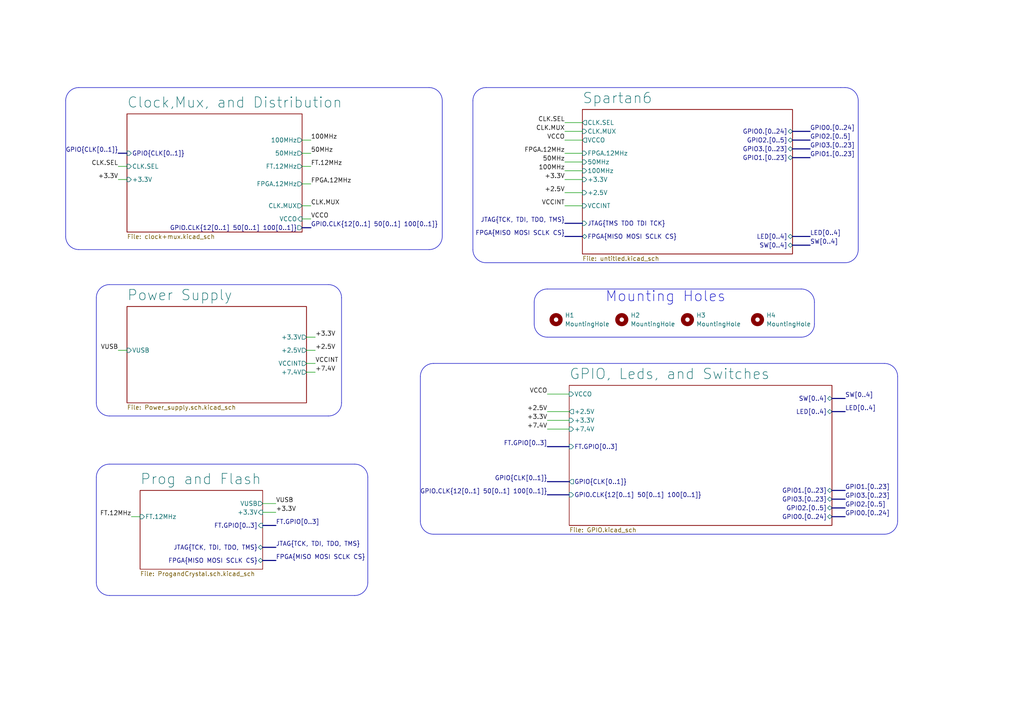
<source format=kicad_sch>
(kicad_sch (version 20250114) (generator "eeschema") (generator_version "9.0")
  (paper "A4")
  (title_block (title "Sage 6 FPGA") (date "2025-08-27") (rev "V1.0"))
  (lib_symbols
    (symbol "Mechanical:MountingHole" (pin_names (offset 1.016)) (in_bom no)
      (property "Reference" "H" (at 0 5.08 0))
      (property "Value" "MountingHole" (at 0 3.175 0))
      (symbol "MountingHole_0_1"
        (circle (center 0 0) (radius 1.27) (stroke (width 1.27)))
      )
    )
  )
  (arc (start 245.11 25.4) (mid 247.8041 26.5159) (end 248.92 29.21))
  (arc (start 154.94 87.63) (mid 156.0559 84.9359) (end 158.75 83.82))
  (arc (start 158.75 97.79) (mid 156.0559 96.6741) (end 154.94 93.98))
  (arc (start 128.27 68.58) (mid 127.1541 71.2741) (end 124.46 72.39))
  (arc (start 232.41 83.82) (mid 235.1041 84.9359) (end 236.22 87.63))
  (arc (start 19.05 29.21) (mid 20.1659 26.5159) (end 22.86 25.4))
  (arc (start 236.22 93.98) (mid 235.1041 96.6741) (end 232.41 97.79))
  (arc (start 137.16 29.21) (mid 138.2759 26.5159) (end 140.97 25.4))
  (arc (start 22.86 72.39) (mid 20.1659 71.2741) (end 19.05 68.58))
  (arc (start 99.06 116.84) (mid 97.9441 119.5341) (end 95.25 120.65))
  (arc (start 140.97 76.2) (mid 138.2759 75.0841) (end 137.16 72.39))
  (arc (start 248.92 72.39) (mid 247.8041 75.0841) (end 245.11 76.2))
  (arc (start 102.87 134.62) (mid 105.5641 135.7359) (end 106.68 138.43))
  (arc (start 95.25 82.55) (mid 97.9441 83.6659) (end 99.06 86.36))
  (arc (start 27.94 138.43) (mid 29.0559 135.7359) (end 31.75 134.62))
  (arc (start 121.92 109.22) (mid 123.0359 106.5259) (end 125.73 105.41))
  (arc (start 260.35 151.13) (mid 259.2341 153.8241) (end 256.54 154.94))
  (arc (start 256.54 105.41) (mid 259.2341 106.5259) (end 260.35 109.22))
  (arc (start 31.75 120.65) (mid 29.0559 119.5341) (end 27.94 116.84))
  (arc (start 31.75 172.72) (mid 29.0559 171.6041) (end 27.94 168.91))
  (arc (start 124.46 25.4) (mid 127.1541 26.5159) (end 128.27 29.21))
  (arc (start 106.68 168.91) (mid 105.5641 171.6041) (end 102.87 172.72))
  (arc (start 125.73 154.94) (mid 123.0359 153.8241) (end 121.92 151.13))
  (arc (start 27.94 86.36) (mid 29.0559 83.6659) (end 31.75 82.55))
  (text "Mounting Holes" (at 193.04 86.106 0) (effects (font (size 3 3))))
  (polyline (pts (xy 124.46 72.39) (xy 22.86 72.39)))
  (wire (pts (xy 163.83 49.53) (xy 168.91 49.53)))
  (wire (pts (xy 34.29 48.26) (xy 36.83 48.26)))
  (wire (pts (xy 76.2 148.59) (xy 80.01 148.59)))
  (polyline (pts (xy 260.35 109.22) (xy 260.35 151.13)))
  (bus (pts (xy 241.3 144.78) (xy 245.11 144.78)))
  (bus (pts (xy 241.3 115.57) (xy 245.11 115.57)))
  (polyline (pts (xy 27.94 86.36) (xy 27.94 116.84)))
  (wire (pts (xy 87.63 48.26) (xy 90.17 48.26)))
  (polyline (pts (xy 158.75 97.79) (xy 232.41 97.79)))
  (bus (pts (xy 158.75 143.51) (xy 165.1 143.51)))
  (polyline (pts (xy 125.73 105.41) (xy 256.54 105.41)))
  (bus (pts (xy 87.63 66.04) (xy 90.17 66.04)))
  (wire (pts (xy 163.83 38.1) (xy 168.91 38.1)))
  (wire (pts (xy 88.9 107.95) (xy 91.44 107.95)))
  (bus (pts (xy 76.2 162.56) (xy 80.01 162.56)))
  (polyline (pts (xy 137.16 29.21) (xy 137.16 72.39)))
  (wire (pts (xy 158.75 114.3) (xy 165.1 114.3)))
  (polyline (pts (xy 128.27 29.21) (xy 128.27 68.58)))
  (bus (pts (xy 76.2 158.75) (xy 80.01 158.75)))
  (wire (pts (xy 163.83 40.64) (xy 168.91 40.64)))
  (wire (pts (xy 158.75 124.46) (xy 165.1 124.46)))
  (wire (pts (xy 158.75 119.38) (xy 165.1 119.38)))
  (wire (pts (xy 87.63 44.45) (xy 90.17 44.45)))
  (polyline (pts (xy 158.75 83.82) (xy 232.41 83.82)))
  (bus (pts (xy 245.11 119.38) (xy 241.3 119.38)))
  (wire (pts (xy 76.2 146.05) (xy 80.01 146.05)))
  (wire (pts (xy 163.83 59.69) (xy 168.91 59.69)))
  (wire (pts (xy 163.83 35.56) (xy 168.91 35.56)))
  (bus (pts (xy 229.87 71.12) (xy 234.95 71.12)))
  (wire (pts (xy 87.63 53.34) (xy 90.17 53.34)))
  (polyline (pts (xy 27.94 138.43) (xy 27.94 168.91)))
  (polyline (pts (xy 31.75 172.72) (xy 102.87 172.72)))
  (polyline (pts (xy 248.92 29.21) (xy 248.92 72.39)))
  (bus (pts (xy 229.87 45.72) (xy 234.95 45.72)))
  (wire (pts (xy 87.63 59.69) (xy 90.17 59.69)))
  (polyline (pts (xy 236.22 87.63) (xy 236.22 93.98)))
  (polyline (pts (xy 22.86 25.4) (xy 124.46 25.4)))
  (wire (pts (xy 163.83 55.88) (xy 168.91 55.88)))
  (bus (pts (xy 229.87 38.1) (xy 234.95 38.1)))
  (wire (pts (xy 87.63 40.64) (xy 90.17 40.64)))
  (bus (pts (xy 229.87 40.64) (xy 234.95 40.64)))
  (bus (pts (xy 158.75 139.7) (xy 165.1 139.7)))
  (wire (pts (xy 163.83 46.99) (xy 168.91 46.99)))
  (wire (pts (xy 38.1 149.86) (xy 40.64 149.86)))
  (bus (pts (xy 229.87 43.18) (xy 234.95 43.18)))
  (polyline (pts (xy 31.75 134.62) (xy 102.87 134.62)))
  (bus (pts (xy 163.83 64.77) (xy 168.91 64.77)))
  (polyline (pts (xy 121.92 109.22) (xy 121.92 151.13)))
  (bus (pts (xy 241.3 149.86) (xy 245.11 149.86)))
  (wire (pts (xy 88.9 101.6) (xy 91.44 101.6)))
  (bus (pts (xy 76.2 152.4) (xy 80.01 152.4)))
  (wire (pts (xy 163.83 44.45) (xy 168.91 44.45)))
  (polyline (pts (xy 125.73 154.94) (xy 256.54 154.94)))
  (polyline (pts (xy 31.75 120.65) (xy 95.25 120.65)))
  (bus (pts (xy 241.3 142.24) (xy 245.11 142.24)))
  (polyline (pts (xy 99.06 86.36) (xy 99.06 116.84)))
  (polyline (pts (xy 31.75 82.55) (xy 95.25 82.55)))
  (wire (pts (xy 88.9 105.41) (xy 91.44 105.41)))
  (wire (pts (xy 165.1 121.92) (xy 158.75 121.92)))
  (wire (pts (xy 34.29 52.07) (xy 36.83 52.07)))
  (polyline (pts (xy 140.97 25.4) (xy 243.84 25.4)))
  (bus (pts (xy 229.87 68.58) (xy 234.95 68.58)))
  (polyline (pts (xy 154.94 87.63) (xy 154.94 93.98)))
  (polyline (pts (xy 243.84 25.4) (xy 245.11 25.4)))
  (polyline (pts (xy 19.05 29.21) (xy 19.05 68.58)))
  (wire (pts (xy 163.83 52.07) (xy 168.91 52.07)))
  (polyline (pts (xy 140.97 76.2) (xy 245.11 76.2)))
  (wire (pts (xy 88.9 97.79) (xy 91.44 97.79)))
  (polyline (pts (xy 106.68 138.43) (xy 106.68 168.91)))
  (bus (pts (xy 241.3 147.32) (xy 245.11 147.32)))
  (bus (pts (xy 163.83 68.58) (xy 168.91 68.58)))
  (bus (pts (xy 158.75 129.54) (xy 165.1 129.54)))
  (wire (pts (xy 87.63 63.5) (xy 90.17 63.5)))
  (wire (pts (xy 34.29 101.6) (xy 36.83 101.6)))
  (bus (pts (xy 34.29 44.45) (xy 36.83 44.45)))
  (label "+3.3V" (at 34.29 52.07 180))
  (label "VCCO" (at 158.75 114.3 180))
  (label "GPIO3.[0..23]" (at 234.95 43.18 0))
  (label "GPIO3.[0..23]" (at 245.11 144.78 0))
  (label "GPIO2.[0..5]" (at 245.11 147.32 0))
  (label "GPIO0.[0..24]" (at 245.11 149.86 0))
  (label "100MHz" (at 90.17 40.64 0))
  (label "LED[0..4]" (at 234.95 68.58 0))
  (label "SW[0..4]" (at 234.95 71.12 0))
  (label "LED[0..4]" (at 245.11 119.38 0))
  (label "JTAG{TCK, TDI, TDO, TMS}" (at 80.01 158.75 0))
  (label "JTAG{TCK, TDI, TDO, TMS}" (at 163.83 64.77 180))
  (label "GPIO1.[0..23]" (at 234.95 45.72 0))
  (label "VCCINT" (at 163.83 59.69 180))
  (label "VUSB" (at 34.29 101.6 180))
  (label "FPGA.12MHz" (at 163.83 44.45 180))
  (label "+2.5V" (at 91.44 101.6 0))
  (label "+7.4V" (at 158.75 124.46 180))
  (label "100MHz" (at 163.83 49.53 180))
  (label "FPGA.12MHz" (at 90.17 53.34 0))
  (label "+3.3V" (at 91.44 97.79 0))
  (label "CLK.SEL" (at 163.83 35.56 180))
  (label "VCCINT" (at 91.44 105.41 0))
  (label "GPIO.CLK{12[0..1] 50[0..1] 100[0..1]}" (at 90.17 66.04 0))
  (label "SW[0..4]" (at 245.11 115.57 0))
  (label "GPIO2.[0..5]" (at 234.95 40.64 0))
  (label "+2.5V" (at 158.75 119.38 180))
  (label "VCCO" (at 90.17 63.5 0))
  (label "VCCO" (at 163.83 40.64 180))
  (label "FT.GPIO[0..3]" (at 158.75 129.54 180))
  (label "50MHz" (at 163.83 46.99 180))
  (label "+3.3V" (at 80.01 148.59 0))
  (label "FT.12MHz" (at 38.1 149.86 180))
  (label "GPIO0.[0..24]" (at 234.95 38.1 0))
  (label "FPGA{MISO MOSI SCLK CS}" (at 80.01 162.56 0))
  (label "+2.5V" (at 163.83 55.88 180))
  (label "CLK.MUX" (at 90.17 59.69 0))
  (label "CLK.SEL" (at 34.29 48.26 180))
  (label "+3.3V" (at 158.75 121.92 180))
  (label "GPIO{CLK[0..1]}" (at 158.75 139.7 180))
  (label "+7.4V" (at 91.44 107.95 0))
  (label "+3.3V" (at 163.83 52.07 180))
  (label "VUSB" (at 80.01 146.05 0))
  (label "FT.12MHz" (at 90.17 48.26 0))
  (label "FPGA{MISO MOSI SCLK CS}" (at 163.83 68.58 180))
  (label "FT.GPIO[0..3]" (at 80.01 152.4 0))
  (label "GPIO{CLK[0..1]}" (at 34.29 44.45 180))
  (label "GPIO1.[0..23]" (at 245.11 142.24 0))
  (label "GPIO.CLK{12[0..1] 50[0..1] 100[0..1]}" (at 158.75 143.51 180))
  (label "CLK.MUX" (at 163.83 38.1 180))
  (label "50MHz" (at 90.17 44.45 0))
  (symbol (lib_id "Mechanical:MountingHole") (at 199.39 92.71 0) (unit 1) (in_bom no)
    (property "Reference" "H3" (at 201.93 91.4399 0) (effects (justify left)))
    (property "Value" "MountingHole" (at 201.93 93.9799 0) (effects (justify left)))
    (property "Footprint" "MountingHole:MountingHole_2.2mm_M2" (effects (hide yes)))
    (property "Description" "Mounting Hole without connection" (effects (hide yes)))
  )
  (symbol (lib_id "Mechanical:MountingHole") (at 219.71 92.71 0) (unit 1) (in_bom no)
    (property "Reference" "H4" (at 222.25 91.4399 0) (effects (justify left)))
    (property "Value" "MountingHole" (at 222.25 93.9799 0) (effects (justify left)))
    (property "Footprint" "MountingHole:MountingHole_2.2mm_M2" (effects (hide yes)))
    (property "Description" "Mounting Hole without connection" (effects (hide yes)))
  )
  (symbol (lib_id "Mechanical:MountingHole") (at 161.29 92.71 0) (unit 1) (in_bom no)
    (property "Reference" "H1" (at 163.83 91.4399 0) (effects (justify left)))
    (property "Value" "MountingHole" (at 163.83 93.9799 0) (effects (justify left)))
    (property "Footprint" "MountingHole:MountingHole_2.2mm_M2" (effects (hide yes)))
    (property "Description" "Mounting Hole without connection" (effects (hide yes)))
  )
  (symbol (lib_id "Mechanical:MountingHole") (at 180.34 92.71 0) (unit 1) (in_bom no)
    (property "Reference" "H2" (at 182.88 91.4399 0) (effects (justify left)))
    (property "Value" "MountingHole" (at 182.88 93.9799 0) (effects (justify left)))
    (property "Footprint" "MountingHole:MountingHole_2.2mm_M2" (effects (hide yes)))
    (property "Description" "Mounting Hole without connection" (effects (hide yes)))
  )
  (sheet (at 168.91 31.75) (size 60.96 41.91) (stroke (width 0.1524))
    (property "Sheetname" "Spartan6" (at 168.91 30.1734 0) (effects (font (size 3 3)) (justify left bottom)))
    (property "Sheetfile" "untitled.kicad_sch" (at 168.91 74.2446 0) (effects (justify left top)))
    (pin "JTAG{TMS TDO TDI TCK}" input (at 168.91 64.77 180))
    (pin "VCCINT" input (at 168.91 59.69 180))
    (pin "+2.5V" input (at 168.91 55.88 180))
    (pin "+3.3V" input (at 168.91 52.07 180))
    (pin "100MHz" input (at 168.91 49.53 180))
    (pin "FPGA.12MHz" input (at 168.91 44.45 180))
    (pin "50MHz" input (at 168.91 46.99 180))
    (pin "VCCO" output (at 168.91 40.64 180))
    (pin "CLK.MUX" input (at 168.91 38.1 180))
    (pin "CLK.SEL" output (at 168.91 35.56 180))
    (pin "GPIO0.[0..24]" bidirectional (at 229.87 38.1 0))
    (pin "GPIO2.[0..5]" bidirectional (at 229.87 40.64 0))
    (pin "LED[0..4]" bidirectional (at 229.87 68.58 0))
    (pin "SW[0..4]" bidirectional (at 229.87 71.12 0))
    (pin "GPIO3.[0..23]" bidirectional (at 229.87 43.18 0))
    (pin "GPIO1.[0..23]" bidirectional (at 229.87 45.72 0))
    (pin "FPGA{MISO MOSI SCLK CS}" bidirectional (at 168.91 68.58 180))
  )
  (sheet (at 40.64 142.24) (size 35.56 22.86) (stroke (width 0.1524))
    (property "Sheetname" "Prog and Flash" (at 40.64 140.6634 0) (effects (font (size 3 3)) (justify left bottom)))
    (property "Sheetfile" "ProgandCrystal.sch.kicad_sch" (at 40.64 165.6846 0) (effects (justify left top)))
    (pin "VUSB" output (at 76.2 146.05 0))
    (pin "+3.3V" input (at 76.2 148.59 0))
    (pin "FT.12MHz" input (at 40.64 149.86 180))
    (pin "FPGA{MISO MOSI SCLK CS}" bidirectional (at 76.2 162.56 0))
    (pin "JTAG{TCK, TDI, TDO, TMS}" bidirectional (at 76.2 158.75 0))
    (pin "FT.GPIO[0..3]" input (at 76.2 152.4 0))
  )
  (sheet (at 36.83 33.02) (size 50.8 34.29) (stroke (width 0.1524))
    (property "Sheetname" "Clock,Mux, and Distribution" (at 36.83 31.4434 0) (effects (font (size 3 3)) (justify left bottom)))
    (property "Sheetfile" "clock+mux.kicad_sch" (at 36.83 67.8946 0) (effects (justify left top)))
    (pin "100MHz" output (at 87.63 40.64 0))
    (pin "CLK.MUX" output (at 87.63 59.69 0))
    (pin "50MHz" output (at 87.63 44.45 0))
    (pin "CLK.SEL" input (at 36.83 48.26 180))
    (pin "+3.3V" input (at 36.83 52.07 180))
    (pin "GPIO{CLK[0..1]}" input (at 36.83 44.45 180))
    (pin "FPGA.12MHz" output (at 87.63 53.34 0))
    (pin "FT.12MHz" output (at 87.63 48.26 0))
    (pin "VCCO" input (at 87.63 63.5 0))
    (pin "GPIO.CLK{12[0..1] 50[0..1] 100[0..1]}" output (at 87.63 66.04 0))
  )
  (sheet (at 36.83 88.9) (size 52.07 27.94) (stroke (width 0.1524))
    (property "Sheetname" "Power Supply" (at 36.83 87.3234 0) (effects (font (size 3 3)) (justify left bottom)))
    (property "Sheetfile" "Power_supply.sch.kicad_sch" (at 36.83 117.4246 0) (effects (justify left top)))
    (pin "+3.3V" output (at 88.9 97.79 0))
    (pin "+2.5V" output (at 88.9 101.6 0))
    (pin "VUSB" input (at 36.83 101.6 180))
    (pin "VCCINT" output (at 88.9 105.41 0))
    (pin "+7.4V" output (at 88.9 107.95 0))
  )
  (sheet (at 165.1 111.76) (size 76.2 40.64) (stroke (width 0.1524))
    (property "Sheetname" "GPIO, Leds, and Switches" (at 165.1 110.1834 0) (effects (font (size 3 3)) (justify left bottom)))
    (property "Sheetfile" "GPIO.kicad_sch" (at 165.1 152.9846 0) (effects (justify left top)))
    (pin "GPIO3.[0..23]" bidirectional (at 241.3 144.78 0))
    (pin "LED[0..4]" bidirectional (at 241.3 119.38 0))
    (pin "GPIO.CLK{12[0..1] 50[0..1] 100[0..1]}" input (at 165.1 143.51 180))
    (pin "GPIO{CLK[0..1]}" output (at 165.1 139.7 180))
    (pin "SW[0..4]" bidirectional (at 241.3 115.57 0))
    (pin "+2.5V" output (at 165.1 119.38 180))
    (pin "+3.3V" input (at 165.1 121.92 180))
    (pin "VCCO" input (at 165.1 114.3 180))
    (pin "FT.GPIO[0..3]" input (at 165.1 129.54 180))
    (pin "+7.4V" input (at 165.1 124.46 180))
    (pin "GPIO0.[0..24]" bidirectional (at 241.3 149.86 0))
    (pin "GPIO1.[0..23]" bidirectional (at 241.3 142.24 0))
    (pin "GPIO2.[0..5]" bidirectional (at 241.3 147.32 0))
  )
)
</source>
